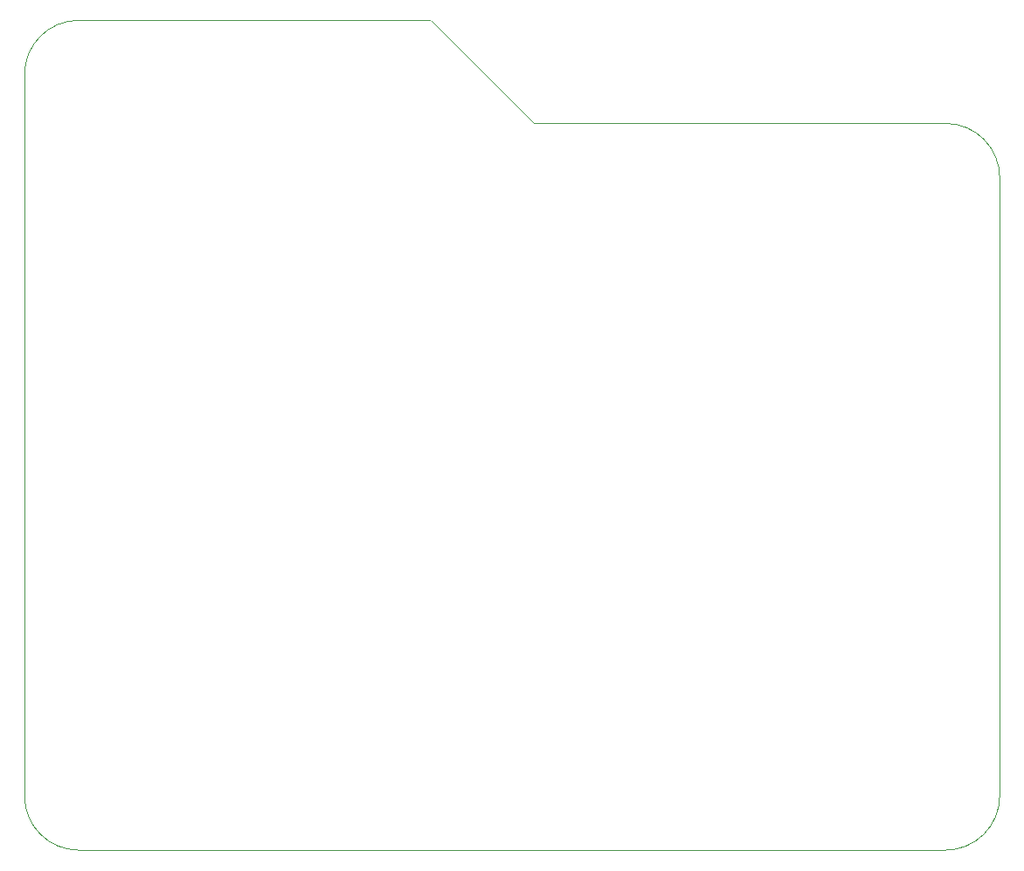
<source format=gbr>
%TF.GenerationSoftware,Altium Limited,Altium Designer,22.0.2 (36)*%
G04 Layer_Color=0*
%FSLAX45Y45*%
%MOMM*%
%TF.SameCoordinates,6C3A6253-EFF2-48E9-9C48-1F107FDFC152*%
%TF.FilePolarity,Positive*%
%TF.FileFunction,Profile,NP*%
%TF.Part,Single*%
G01*
G75*
%TA.AperFunction,Profile*%
%ADD191C,0.02540*%
D191*
X500000Y-25038D02*
G02*
X-25038Y500000I0J525038D01*
G01*
Y500000D01*
X-25040Y7500000D01*
D02*
G02*
X-25038Y7500327I25038J0D01*
G01*
D02*
G02*
X500000Y8025038I525038J-327D01*
G01*
X3900000D01*
D02*
G02*
X3917705Y8017705I0J-25038D01*
G01*
X3917683Y8017726D01*
D02*
G02*
X3917726Y8017683I-17683J-17726D01*
G01*
X3917683Y8017726D01*
X4910371Y7025038D01*
X5100110D01*
D02*
G03*
X5100000Y7025038I-110J-25038D01*
G01*
X4910371D01*
X5100110Y7025038D01*
X8900000Y7025038D01*
D02*
G02*
X9425039Y6500000I0J-525038D01*
G01*
Y500000D01*
D02*
G02*
X8900000Y-25038I-525038J0D01*
G01*
X500195Y-25037D01*
X500000Y-25038D01*
%TF.MD5,93b4f30642d60e51ce257199007d8dab*%
M02*

</source>
